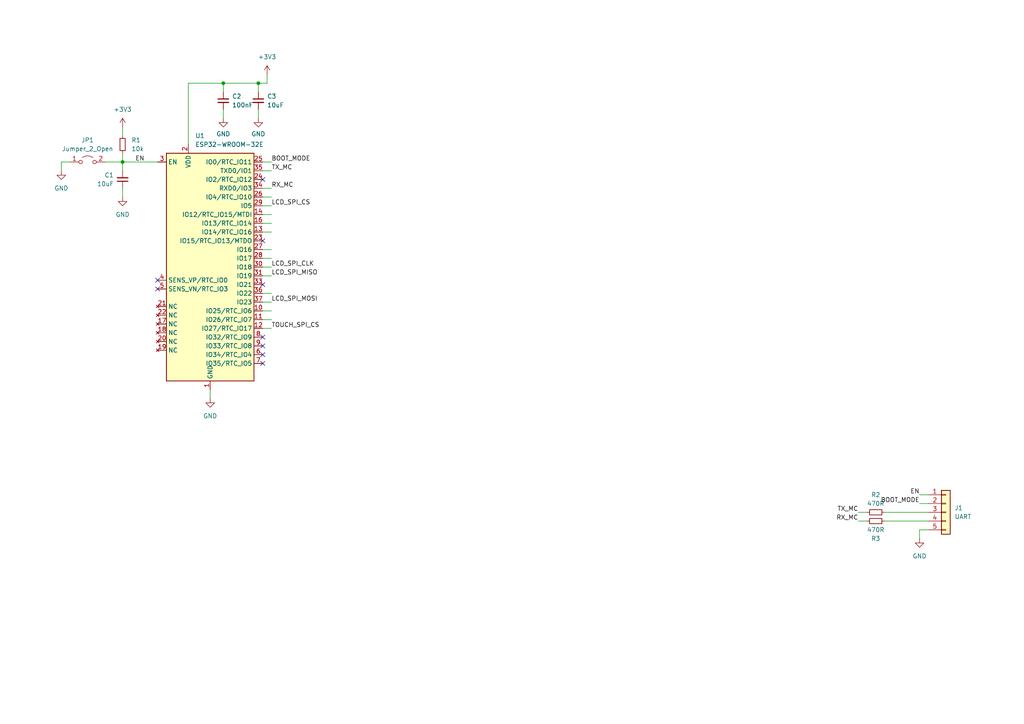
<source format=kicad_sch>
(kicad_sch (version 20230121) (generator eeschema)
  (paper "A4")
  (lib_symbols
    (symbol "Connector_Generic:Conn_01x05" (pin_names (offset 1.016) hide)
      (property "Reference" "J" (at 0 7.62 0))
      (property "Value" "Conn_01x05" (at 0 -7.62 0))
      (symbol "Conn_01x05_1_1"
        (rectangle (start -1.27 -4.953) (end 0 -5.207) (stroke (width 0.1524)))
        (rectangle (start -1.27 -2.413) (end 0 -2.667) (stroke (width 0.1524)))
        (rectangle (start -1.27 0.127) (end 0 -0.127) (stroke (width 0.1524)))
        (rectangle (start -1.27 2.667) (end 0 2.413) (stroke (width 0.1524)))
        (rectangle (start -1.27 5.207) (end 0 4.953) (stroke (width 0.1524)))
        (rectangle (start -1.27 6.35) (end 1.27 -6.35) (stroke (width 0.254)) (fill (type background)))
        (pin passive line (at -5.08 5.08 0) (length 3.81) (name "Pin_1") (number "1"))
        (pin passive line (at -5.08 2.54 0) (length 3.81) (name "Pin_2") (number "2"))
        (pin passive line (at -5.08 0 0) (length 3.81) (name "Pin_3") (number "3"))
        (pin passive line (at -5.08 -2.54 0) (length 3.81) (name "Pin_4") (number "4"))
        (pin passive line (at -5.08 -5.08 0) (length 3.81) (name "Pin_5") (number "5"))
      )
    )
    (symbol "Device:C_Small" (pin_numbers hide) (pin_names (offset 0.254) hide)
      (property "Reference" "C" (at 0.254 1.778 0))
      (property "Value" "C_Small" (at 0.254 -2.032 0))
      (symbol "C_Small_0_1"
        (polyline (pts (xy -1.524 -0.508) (xy 1.524 -0.508)) (stroke (width 0.3302)))
        (polyline (pts (xy -1.524 0.508) (xy 1.524 0.508)) (stroke (width 0.3048)))
      )
      (symbol "C_Small_1_1"
        (pin passive line (at 0 2.54 270) (length 2.032) (name "~") (number "1"))
        (pin passive line (at 0 -2.54 90) (length 2.032) (name "~") (number "2"))
      )
    )
    (symbol "Device:R_Small" (pin_numbers hide) (pin_names (offset 0.254) hide)
      (property "Reference" "R" (at 0.762 0.508 0))
      (property "Value" "R_Small" (at 0.762 -1.016 0))
      (symbol "R_Small_0_1"
        (rectangle (start -0.762 1.778) (end 0.762 -1.778) (stroke (width 0.2032)))
      )
      (symbol "R_Small_1_1"
        (pin passive line (at 0 2.54 270) (length 0.762) (name "~") (number "1"))
        (pin passive line (at 0 -2.54 90) (length 0.762) (name "~") (number "2"))
      )
    )
    (symbol "Jumper:Jumper_2_Open" (pin_names (offset 0) hide)
      (property "Reference" "JP" (at 0 2.794 0))
      (property "Value" "Jumper_2_Open" (at 0 -2.286 0))
      (symbol "Jumper_2_Open_0_0"
        (circle (center -2.032 0) (radius 0.508))
        (circle (center 2.032 0) (radius 0.508))
      )
      (symbol "Jumper_2_Open_0_1"
        (arc (start 1.524 1.27) (mid 0 1.778) (end -1.524 1.27))
      )
      (symbol "Jumper_2_Open_1_1"
        (pin passive line (at -5.08 0 0) (length 2.54) (name "A") (number "1"))
        (pin passive line (at 5.08 0 180) (length 2.54) (name "B") (number "2"))
      )
    )
    (symbol "custom:ESP32-WROOM-32E"
      (property "Reference" "U" (at -12.7 34.29 0))
      (property "Value" "ESP32-WROOM-32E" (at 1.27 34.29 0))
      (symbol "ESP32-WROOM-32E_0_1"
        (rectangle (start -12.7 33.02) (end 12.7 -33.02) (stroke (width 0.254)) (fill (type background)))
      )
      (symbol "ESP32-WROOM-32E_1_1"
        (pin power_in line (at 0 -35.56 90) (length 2.54) (name "GND") (number "1"))
        (pin bidirectional line (at 15.24 -12.7 180) (length 2.54) (name "IO25/RTC_IO6") (number "10"))
        (pin bidirectional line (at 15.24 -15.24 180) (length 2.54) (name "IO26/RTC_IO7") (number "11"))
        (pin bidirectional line (at 15.24 -17.78 180) (length 2.54) (name "IO27/RTC_IO17") (number "12"))
        (pin bidirectional line (at 15.24 10.16 180) (length 2.54) (name "IO14/RTC_IO16") (number "13"))
        (pin bidirectional line (at 15.24 15.24 180) (length 2.54) (name "IO12/RTC_IO15/MTDI") (number "14"))
        (pin passive line (at 0 -35.56 90) (length 2.54) hide (name "GND") (number "15"))
        (pin bidirectional line (at 15.24 12.7 180) (length 2.54) (name "IO13/RTC_IO14") (number "16"))
        (pin no_connect line (at -15.24 -16.51 0) (length 2.54) (name "NC") (number "17"))
        (pin no_connect line (at -15.24 -19.05 0) (length 2.54) (name "NC") (number "18"))
        (pin no_connect line (at -15.24 -24.13 0) (length 2.54) (name "NC") (number "19"))
        (pin power_in line (at -6.35 35.56 270) (length 2.54) (name "VDD") (number "2"))
        (pin no_connect line (at -15.24 -21.59 0) (length 2.54) (name "NC") (number "20"))
        (pin no_connect line (at -15.24 -11.43 0) (length 2.54) (name "NC") (number "21"))
        (pin no_connect line (at -15.24 -13.97 0) (length 2.54) (name "NC") (number "22"))
        (pin bidirectional line (at 15.24 7.62 180) (length 2.54) (name "IO15/RTC_IO13/MTDO") (number "23"))
        (pin bidirectional line (at 15.24 25.4 180) (length 2.54) (name "IO2/RTC_IO12") (number "24"))
        (pin bidirectional line (at 15.24 30.48 180) (length 2.54) (name "IO0/RTC_IO11") (number "25"))
        (pin bidirectional line (at 15.24 20.32 180) (length 2.54) (name "IO4/RTC_IO10") (number "26"))
        (pin bidirectional line (at 15.24 5.08 180) (length 2.54) (name "IO16") (number "27"))
        (pin bidirectional line (at 15.24 2.54 180) (length 2.54) (name "IO17") (number "28"))
        (pin bidirectional line (at 15.24 17.78 180) (length 2.54) (name "IO5") (number "29"))
        (pin input line (at -15.24 30.48 0) (length 2.54) (name "EN") (number "3"))
        (pin bidirectional line (at 15.24 0 180) (length 2.54) (name "IO18") (number "30"))
        (pin bidirectional line (at 15.24 -2.54 180) (length 2.54) (name "IO19") (number "31"))
        (pin no_connect line (at -12.7 -27.94 0) (length 2.54) hide (name "NC") (number "32"))
        (pin bidirectional line (at 15.24 -5.08 180) (length 2.54) (name "IO21") (number "33"))
        (pin bidirectional line (at 15.24 22.86 180) (length 2.54) (name "RXD0/IO3") (number "34"))
        (pin bidirectional line (at 15.24 27.94 180) (length 2.54) (name "TXD0/IO1") (number "35"))
        (pin bidirectional line (at 15.24 -7.62 180) (length 2.54) (name "IO22") (number "36"))
        (pin bidirectional line (at 15.24 -10.16 180) (length 2.54) (name "IO23") (number "37"))
        (pin passive line (at 0 -35.56 90) (length 2.54) hide (name "GND") (number "38"))
        (pin passive line (at 0 -35.56 90) (length 2.54) hide (name "GND") (number "39"))
        (pin input line (at -15.24 -3.81 0) (length 2.54) (name "SENS_VP/RTC_IO0") (number "4"))
        (pin input line (at -15.24 -6.35 0) (length 2.54) (name "SENS_VN/RTC_IO3") (number "5"))
        (pin input line (at 15.24 -25.4 180) (length 2.54) (name "IO34/RTC_IO4") (number "6"))
        (pin input line (at 15.24 -27.94 180) (length 2.54) (name "IO35/RTC_IO5") (number "7"))
        (pin bidirectional line (at 15.24 -20.32 180) (length 2.54) (name "IO32/RTC_IO9") (number "8"))
        (pin bidirectional line (at 15.24 -22.86 180) (length 2.54) (name "IO33/RTC_IO8") (number "9"))
      )
    )
    (symbol "power:+3V3" (power) (pin_names (offset 0))
      (property "Value" "+3V3" (at 0 3.556 0))
      (symbol "+3V3_0_1"
        (polyline (pts (xy -0.762 1.27) (xy 0 2.54)))
        (polyline (pts (xy 0 0) (xy 0 2.54)))
        (polyline (pts (xy 0 2.54) (xy 0.762 1.27)))
      )
      (symbol "+3V3_1_1"
        (pin power_in line (at 0 0 90) (length 0) hide (name "+3V3") (number "1"))
      )
    )
    (symbol "power:GND" (power) (pin_names (offset 0))
      (property "Value" "GND" (at 0 -3.81 0))
      (symbol "GND_0_1"
        (polyline (pts (xy 0 0) (xy 0 -1.27) (xy 1.27 -1.27) (xy 0 -2.54) (xy -1.27 -1.27) (xy 0 -1.27)))
      )
      (symbol "GND_1_1"
        (pin power_in line (at 0 0 270) (length 0) hide (name "GND") (number "1"))
      )
    )
  )
  (junction (at 35.56 46.99))
  (junction (at 74.93 24.13))
  (junction (at 64.77 24.13))
  (no_connect (at 45.72 83.82))
  (no_connect (at 76.2 97.79))
  (no_connect (at 76.2 52.07))
  (no_connect (at 76.2 102.87))
  (no_connect (at 76.2 105.41))
  (no_connect (at 45.72 81.28))
  (no_connect (at 76.2 69.85))
  (no_connect (at 76.2 100.33))
  (no_connect (at 76.2 82.55))
  (wire (pts (xy 76.2 95.25) (xy 78.74 95.25)))
  (wire (pts (xy 248.92 148.59) (xy 251.46 148.59)))
  (wire (pts (xy 76.2 92.71) (xy 78.74 92.71)))
  (wire (pts (xy 76.2 46.99) (xy 78.74 46.99)))
  (wire (pts (xy 76.2 64.77) (xy 78.74 64.77)))
  (wire (pts (xy 35.56 46.99) (xy 35.56 49.53)))
  (wire (pts (xy 54.61 41.91) (xy 54.61 24.13)))
  (wire (pts (xy 35.56 36.83) (xy 35.56 39.37)))
  (wire (pts (xy 20.32 46.99) (xy 17.78 46.99)))
  (wire (pts (xy 266.7 143.51) (xy 269.24 143.51)))
  (wire (pts (xy 256.54 148.59) (xy 269.24 148.59)))
  (wire (pts (xy 76.2 90.17) (xy 78.74 90.17)))
  (wire (pts (xy 74.93 26.67) (xy 74.93 24.13)))
  (wire (pts (xy 64.77 26.67) (xy 64.77 24.13)))
  (wire (pts (xy 76.2 67.31) (xy 78.74 67.31)))
  (wire (pts (xy 76.2 72.39) (xy 78.74 72.39)))
  (wire (pts (xy 76.2 59.69) (xy 78.74 59.69)))
  (wire (pts (xy 76.2 77.47) (xy 78.74 77.47)))
  (wire (pts (xy 266.7 153.67) (xy 269.24 153.67)))
  (wire (pts (xy 35.56 54.61) (xy 35.56 57.15)))
  (wire (pts (xy 76.2 49.53) (xy 78.74 49.53)))
  (wire (pts (xy 54.61 24.13) (xy 64.77 24.13)))
  (wire (pts (xy 77.47 21.59) (xy 77.47 24.13)))
  (wire (pts (xy 266.7 156.21) (xy 266.7 153.67)))
  (wire (pts (xy 76.2 85.09) (xy 78.74 85.09)))
  (wire (pts (xy 45.72 46.99) (xy 35.56 46.99)))
  (wire (pts (xy 17.78 46.99) (xy 17.78 49.53)))
  (wire (pts (xy 76.2 54.61) (xy 78.74 54.61)))
  (wire (pts (xy 74.93 24.13) (xy 77.47 24.13)))
  (wire (pts (xy 76.2 57.15) (xy 78.74 57.15)))
  (wire (pts (xy 74.93 31.75) (xy 74.93 34.29)))
  (wire (pts (xy 76.2 62.23) (xy 78.74 62.23)))
  (wire (pts (xy 35.56 46.99) (xy 35.56 44.45)))
  (wire (pts (xy 266.7 146.05) (xy 269.24 146.05)))
  (wire (pts (xy 256.54 151.13) (xy 269.24 151.13)))
  (wire (pts (xy 60.96 113.03) (xy 60.96 115.57)))
  (wire (pts (xy 64.77 31.75) (xy 64.77 34.29)))
  (wire (pts (xy 248.92 151.13) (xy 251.46 151.13)))
  (wire (pts (xy 76.2 74.93) (xy 78.74 74.93)))
  (wire (pts (xy 64.77 24.13) (xy 74.93 24.13)))
  (wire (pts (xy 30.48 46.99) (xy 35.56 46.99)))
  (wire (pts (xy 76.2 87.63) (xy 78.74 87.63)))
  (wire (pts (xy 76.2 80.01) (xy 78.74 80.01)))
  (label "LCD_SPI_MISO" (at 78.74 80.01 0))
  (label "EN" (at 266.7 143.51 180))
  (label "RX_MC" (at 248.92 151.13 180))
  (label "BOOT_MODE" (at 266.7 146.05 180))
  (label "EN" (at 41.91 46.99 180))
  (label "LCD_SPI_CS" (at 78.74 59.69 0))
  (label "TX_MC" (at 78.74 49.53 0))
  (label "BOOT_MODE" (at 78.74 46.99 0))
  (label "LCD_SPI_CLK" (at 78.74 77.47 0))
  (label "TX_MC" (at 248.92 148.59 180))
  (label "LCD_SPI_MOSI" (at 78.74 87.63 0))
  (label "RX_MC" (at 78.74 54.61 0))
  (label "TOUCH_SPI_CS" (at 78.74 95.25 0))
  (symbol (lib_id "power:GND") (at 64.77 34.29 0) (unit 1)
    (property "Reference" "#PWR05" (effects hide))
    (property "Value" "GND" (at 64.77 38.8525 0))
  )
  (symbol (lib_id "power:+3V3") (at 35.56 36.83 0) (unit 1)
    (property "Reference" "#PWR02" (effects hide))
    (property "Value" "+3V3" (at 35.56 31.75 0))
  )
  (symbol (lib_id "Jumper:Jumper_2_Open") (at 25.4 46.99 0) (unit 1)
    (property "Reference" "JP1" (at 25.4 40.64 0))
    (property "Value" "Jumper_2_Open" (at 25.4 43.18 0))
    (property "Footprint" "Connector_PinHeader_2.54mm:PinHeader_1x02_P2.54mm_Vertical" (effects hide))
  )
  (symbol (lib_id "Device:C_Small") (at 64.77 29.21 0) (mirror y) (unit 1)
    (property "Reference" "C2" (at 67.31 27.9462 0) (effects (justify right)))
    (property "Value" "100nF" (at 67.31 30.4862 0) (effects (justify right)))
    (property "Footprint" "Capacitor_SMD:C_0603_1608Metric" (effects hide))
  )
  (symbol (lib_id "Connector_Generic:Conn_01x05") (at 274.32 148.59 0) (unit 1)
    (property "Reference" "J1" (at 276.86 147.3199 0) (effects (justify left)))
    (property "Value" "UART" (at 276.86 149.8599 0) (effects (justify left)))
    (property "Footprint" "Connector_PinHeader_2.54mm:PinHeader_1x05_P2.54mm_Vertical" (effects hide))
  )
  (symbol (lib_id "power:GND") (at 35.56 57.15 0) (unit 1)
    (property "Reference" "#PWR03" (effects hide))
    (property "Value" "GND" (at 35.56 62.23 0))
  )
  (symbol (lib_id "power:GND") (at 74.93 34.29 0) (unit 1)
    (property "Reference" "#PWR06" (effects hide))
    (property "Value" "GND" (at 74.93 38.8525 0))
  )
  (symbol (lib_id "Device:C_Small") (at 35.56 52.07 0) (mirror x) (unit 1)
    (property "Reference" "C1" (at 33.02 50.7935 0) (effects (justify right)))
    (property "Value" "10uF" (at 33.02 53.3335 0) (effects (justify right)))
    (property "Footprint" "Capacitor_SMD:C_0805_2012Metric" (effects hide))
  )
  (symbol (lib_id "power:GND") (at 17.78 49.53 0) (unit 1)
    (property "Reference" "#PWR01" (effects hide))
    (property "Value" "GND" (at 17.78 54.61 0))
  )
  (symbol (lib_id "Device:C_Small") (at 74.93 29.21 0) (mirror y) (unit 1)
    (property "Reference" "C3" (at 77.47 27.9462 0) (effects (justify right)))
    (property "Value" "10uF" (at 77.47 30.4862 0) (effects (justify right)))
    (property "Footprint" "Capacitor_SMD:C_0805_2012Metric" (effects hide))
  )
  (symbol (lib_id "power:GND") (at 266.7 156.21 0) (unit 1)
    (property "Reference" "#PWR08" (effects hide))
    (property "Value" "GND" (at 266.7 161.29 0))
  )
  (symbol (lib_id "Device:R_Small") (at 254 148.59 90) (unit 1)
    (property "Reference" "R2" (at 254 143.51 90))
    (property "Value" "470R" (at 254 146.05 90))
    (property "Footprint" "Resistor_SMD:R_0603_1608Metric" (effects hide))
  )
  (symbol (lib_id "power:GND") (at 60.96 115.57 0) (unit 1)
    (property "Reference" "#PWR04" (effects hide))
    (property "Value" "GND" (at 60.96 120.65 0))
  )
  (symbol (lib_id "Device:R_Small") (at 35.56 41.91 0) (unit 1)
    (property "Reference" "R1" (at 38.1 40.6399 0) (effects (justify left)))
    (property "Value" "10k" (at 38.1 43.1799 0) (effects (justify left)))
    (property "Footprint" "Resistor_SMD:R_0603_1608Metric" (effects hide))
  )
  (symbol (lib_id "power:+3V3") (at 77.47 21.59 0) (unit 1)
    (property "Reference" "#PWR07" (effects hide))
    (property "Value" "+3V3" (at 77.47 16.51 0))
  )
  (symbol (lib_id "Device:R_Small") (at 254 151.13 90) (mirror x) (unit 1)
    (property "Reference" "R3" (at 254 156.21 90))
    (property "Value" "470R" (at 254 153.67 90))
    (property "Footprint" "Resistor_SMD:R_0603_1608Metric" (effects hide))
  )
  (symbol (lib_id "custom:ESP32-WROOM-32E") (at 60.96 77.47 0) (unit 1)
    (property "Reference" "U1" (at 56.6294 39.37 0) (effects (justify left)))
    (property "Value" "ESP32-WROOM-32E" (at 56.6294 41.91 0) (effects (justify left)))
    (property "Footprint" "Espressif:ESP32-WROOM-32E" (effects hide))
    (property "Datasheet" "https://www.espressif.com/sites/default/files/documentation/esp32-wroom-32_datasheet_en.pdf" (effects hide))
  )
)
</source>
